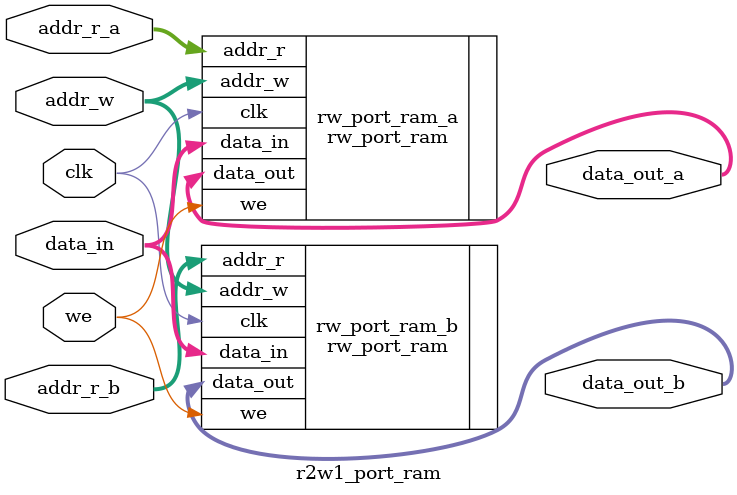
<source format=v>
/*
  Copyright (c) 2017, miya
  All rights reserved.

  Redistribution and use in source and binary forms, with or without modification, are permitted provided that the following conditions are met:

  1. Redistributions of source code must retain the above copyright notice, this list of conditions and the following disclaimer.

  2. Redistributions in binary form must reproduce the above copyright notice, this list of conditions and the following disclaimer in the documentation and/or other materials provided with the distribution.

  THIS SOFTWARE IS PROVIDED BY THE COPYRIGHT HOLDERS AND CONTRIBUTORS "AS IS" AND ANY EXPRESS OR IMPLIED WARRANTIES, INCLUDING, BUT NOT LIMITED TO, THE IMPLIED WARRANTIES OF MERCHANTABILITY AND FITNESS FOR A PARTICULAR PURPOSE ARE DISCLAIMED.
  IN NO EVENT SHALL THE COPYRIGHT OWNER OR CONTRIBUTORS BE LIABLE FOR ANY DIRECT, INDIRECT, INCIDENTAL, SPECIAL, EXEMPLARY, OR CONSEQUENTIAL DAMAGES (INCLUDING, BUT NOT LIMITED TO,
  PROCUREMENT OF SUBSTITUTE GOODS OR SERVICES; LOSS OF USE, DATA, OR PROFITS; OR BUSINESS INTERRUPTION) HOWEVER CAUSED AND ON ANY THEORY OF LIABILITY, WHETHER IN CONTRACT, STRICT LIABILITY, OR TORT (INCLUDING NEGLIGENCE OR OTHERWISE) ARISING IN ANY WAY OUT OF THE USE OF THIS SOFTWARE, EVEN IF ADVISED OF THE POSSIBILITY OF SUCH DAMAGE.
*/

// ver. 2024/04/21

module r2w1_port_ram
  #(
    parameter DATA_WIDTH = 8,
    parameter ADDR_WIDTH = 12,
    parameter RAM_TYPE = "auto"
    )
  (
   input wire                     clk,
   input wire [(ADDR_WIDTH-1):0]  addr_r_a,
   input wire [(ADDR_WIDTH-1):0]  addr_r_b,
   input wire [(ADDR_WIDTH-1):0]  addr_w,
   input wire [(DATA_WIDTH-1):0]  data_in,
   input wire                     we,
   output wire [(DATA_WIDTH-1):0] data_out_a,
   output wire [(DATA_WIDTH-1):0] data_out_b
   );

  rw_port_ram
    #(
      .DATA_WIDTH (DATA_WIDTH),
      .ADDR_WIDTH (ADDR_WIDTH),
      .RAM_TYPE (RAM_TYPE)
      )
  rw_port_ram_a
    (
     .clk (clk),
     .addr_r (addr_r_a),
     .addr_w (addr_w),
     .data_in (data_in),
     .we (we),
     .data_out (data_out_a)
     );

  rw_port_ram
    #(
      .DATA_WIDTH (DATA_WIDTH),
      .ADDR_WIDTH (ADDR_WIDTH),
      .RAM_TYPE (RAM_TYPE)
      )
  rw_port_ram_b
    (
     .clk (clk),
     .addr_r (addr_r_b),
     .addr_w (addr_w),
     .data_in (data_in),
     .we (we),
     .data_out (data_out_b)
     );

endmodule

</source>
